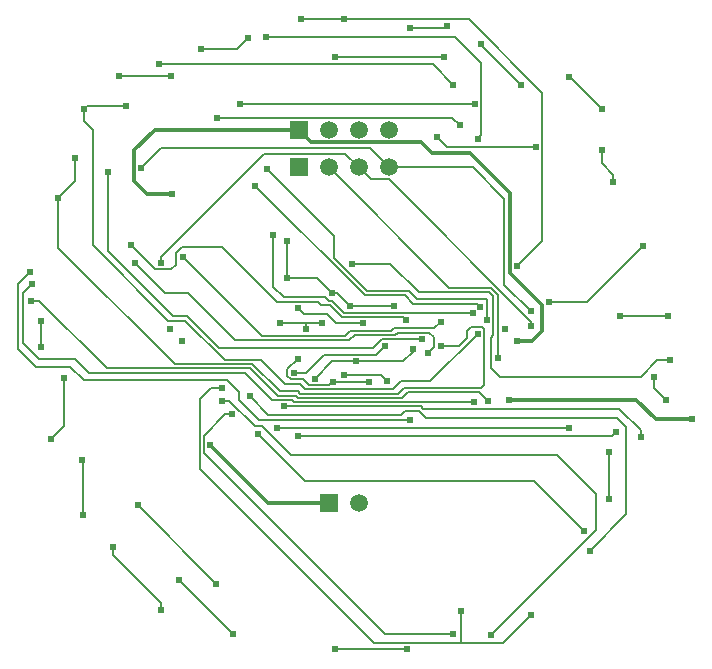
<source format=gbl>
G04 Layer_Physical_Order=2*
G04 Layer_Color=16711680*
%FSLAX25Y25*%
%MOIN*%
G70*
G01*
G75*
%ADD64C,0.00800*%
%ADD65C,0.01200*%
%ADD66R,0.05984X0.05984*%
%ADD67C,0.05984*%
%ADD68C,0.02400*%
D64*
X-78900Y-11100D02*
X-31053D01*
X-101358Y11358D02*
X-78900Y-11100D01*
X-104258Y11358D02*
X-101358D01*
X-100900Y-4000D02*
Y4600D01*
X-89500Y51500D02*
Y59000D01*
X-95184Y45816D02*
X-89500Y51500D01*
X-95184Y29184D02*
Y45816D01*
Y29184D02*
X-56300Y-9700D01*
X-30400D01*
X-106900Y14035D02*
X-103935Y17000D01*
X-83500Y30000D02*
Y68500D01*
X-86500Y71500D02*
X-83500Y68500D01*
X-86500Y71500D02*
Y75500D01*
X-85500Y76500D02*
X-72500D01*
X-86500Y75500D02*
X-85500Y76500D01*
X-83500Y30000D02*
X-58353Y4853D01*
X-75000Y86500D02*
X-57500D01*
X-61400Y90300D02*
X29700D01*
X-23600Y16175D02*
Y33200D01*
Y16175D02*
X-19950Y12525D01*
X100Y7500D02*
X42900D01*
X-47500Y95500D02*
X-35500D01*
X-31942Y99057D01*
X-34500Y77000D02*
X43616D01*
X43750Y76866D01*
X37200Y99500D02*
X45950Y90750D01*
X-26000Y99500D02*
X37200D01*
X22000Y102500D02*
X34100D01*
X0Y105200D02*
X41800D01*
X45816Y96684D02*
X59000Y83500D01*
X45816Y96684D02*
Y97184D01*
X75000Y86000D02*
X75500D01*
X86000Y75500D01*
X89933Y51000D02*
Y53334D01*
X86000Y57267D02*
X89933Y53334D01*
X86000Y57267D02*
Y61656D01*
X-60906Y24150D02*
Y26094D01*
X-26500Y60500D01*
X406D01*
X5000Y55906D01*
X-67400Y55800D02*
X-61000Y62200D01*
X8706D01*
X15000Y55906D01*
X-4006Y14100D02*
X-2100D01*
X2300Y9700D01*
X29700Y90300D02*
X36500Y83500D01*
X-14235Y105200D02*
X0D01*
X2300Y9700D02*
X16900D01*
X-5000Y55906D02*
X35306Y15600D01*
X49300D01*
X36200Y72500D02*
X38700Y70000D01*
X-42200Y72500D02*
X36200D01*
X15000Y55906D02*
X42994D01*
X53600Y45300D01*
Y16800D02*
Y45300D01*
Y16800D02*
X62350Y8050D01*
X42900Y7500D02*
X43000Y7400D01*
X-3794Y11394D02*
X100Y7500D01*
X-4937Y11394D02*
X-3794D01*
X-6068Y12525D02*
X-4937Y11394D01*
X-19950Y12525D02*
X-6068D01*
X10900Y-6500D02*
X13800Y-3600D01*
X-22200Y-31000D02*
X75095D01*
X-31053Y-11100D02*
X-21953Y-20200D01*
X19553Y-20900D02*
X21429Y-19024D01*
X-32783Y-12500D02*
X-23683Y-21600D01*
X-2953Y-104800D02*
X21200D01*
X26650Y-24600D02*
X91828D01*
X25850Y-23800D02*
X26650Y-24600D01*
X-19850Y-23800D02*
X25850D01*
X41800Y105200D02*
X66200Y80800D01*
Y31400D02*
Y80800D01*
X57900Y23100D02*
X66200Y31400D01*
X-2550Y3900D02*
X6547D01*
X-5550Y6900D02*
X-2550Y3900D01*
X-13200Y6900D02*
X-5550D01*
X-15200Y8900D02*
X-13200Y6900D01*
X12400Y-13400D02*
X14437Y-15437D01*
X0Y-13400D02*
X12400D01*
X4200Y-8800D02*
X19950D01*
X-3700D02*
X4200D01*
X-9400Y-14500D02*
X-3700Y-8800D01*
X-25600Y55500D02*
X-3100Y33000D01*
Y25617D02*
Y33000D01*
Y25617D02*
X7817Y14700D01*
X21800D01*
X24600Y11900D01*
X47600D01*
X47700Y11800D01*
Y5100D02*
Y11800D01*
X-2953Y92800D02*
X33400D01*
X31169Y66000D02*
X34569Y62600D01*
X64000D01*
X81000Y10900D02*
X99800Y29700D01*
X68550Y10900D02*
X81000D01*
X-15256Y-33500D02*
X89600D01*
X90850Y-32250D01*
X25200Y14200D02*
X48650D01*
X15550Y23850D02*
X25200Y14200D01*
X2900Y23850D02*
X15550D01*
X20500Y-25200D02*
X25250D01*
X94300Y-59700D02*
Y-30500D01*
X-28456Y-33100D02*
X-12956Y-48600D01*
X63650D01*
X80300Y-65250D01*
X-29679Y-30421D02*
X-27250D01*
X-46550Y-39350D02*
Y-33516D01*
X-39400Y-26366D01*
X-37150D01*
X-68600Y-56740D02*
X-42500Y-82840D01*
X-54900Y-81500D02*
X-36700Y-99700D01*
X-97500Y-34500D02*
X-93200Y-30200D01*
Y-14200D01*
X-28300Y-28200D02*
X22250D01*
X-30400Y-9700D02*
X-21300Y-18800D01*
X18153Y-19500D02*
X20029Y-17624D01*
X45926D01*
X46900Y-16650D01*
Y2150D01*
X46200Y2850D02*
X46900Y2150D01*
X42350Y2850D02*
X46200D01*
X41000Y1500D02*
X42350Y2850D01*
X41000Y-1000D02*
Y1500D01*
X1939Y-1761D02*
X3700Y0D01*
X17288D01*
X18088Y800D01*
X28400D01*
X-22105Y11125D02*
X-8600D01*
X-7468Y9994D01*
X-4494D01*
X-600Y6100D01*
X19750D01*
X20950Y4900D01*
X-52751Y4853D02*
X-39598Y-8300D01*
X16612Y-18100D02*
X19302Y-15409D01*
X28906D01*
X44700Y384D01*
X15888Y1400D02*
X16688Y2200D01*
X2300Y1400D02*
X15888D01*
X539Y-361D02*
X2300Y1400D01*
X-27189Y-361D02*
X539D01*
X-78600Y28100D02*
Y54256D01*
Y28100D02*
X-56800Y6300D01*
X-52200D01*
X-41500Y-4400D01*
X9700D01*
X12700Y-1400D01*
X26200D01*
X7000Y13300D02*
X20400D01*
X23200Y10500D01*
X44350D01*
X45500Y9350D01*
X45950Y66750D02*
Y90750D01*
X44700Y65500D02*
X45950Y66750D01*
X5000Y55906D02*
X9006Y51900D01*
X15000D01*
X62650Y4250D01*
Y3000D02*
Y4250D01*
X99000Y-34000D02*
Y-31772D01*
X91828Y-24600D02*
X99000Y-31772D01*
X103500Y-17500D02*
Y-14000D01*
Y-17500D02*
X107500Y-21500D01*
X-108461Y17039D02*
X-104500Y21000D01*
X-87000Y-60138D02*
Y-41700D01*
X-77000Y-73214D02*
Y-70500D01*
X-61000Y-91500D02*
Y-89214D01*
X-77000Y-73214D02*
X-61000Y-89214D01*
X21429Y-19024D02*
X45024D01*
X48000Y-22000D01*
X88500Y-54528D02*
Y-38900D01*
X53300Y-102500D02*
X62600Y-93200D01*
X-48000Y-44500D02*
X10000Y-102500D01*
X49000Y-100000D02*
X84000Y-65000D01*
Y-53000D01*
X-27250Y-30421D02*
X-17671Y-40000D01*
X71000D01*
X84000Y-53000D01*
X-19000Y19000D02*
Y28000D01*
Y19000D02*
X-8906D01*
X-4006Y14100D01*
X-46550Y-39350D02*
X13910Y-99810D01*
X36325D01*
X-108461Y-4539D02*
Y17039D01*
X-89500Y-8000D02*
X-85000Y-12500D01*
X-32783D01*
X-106900Y-2600D02*
Y14035D01*
Y-2600D02*
X-101500Y-8000D01*
X-89500D01*
X-108461Y-4539D02*
X-102500Y-10500D01*
X-91100D01*
X-52000Y14000D02*
X-36239Y-1761D01*
X1939D01*
X-91100Y-10500D02*
X-86600Y-15000D01*
X-35000Y-21500D02*
X-28300Y-28200D01*
X-86600Y-15000D02*
X-39000D01*
X-35000Y-19000D01*
Y-21500D02*
Y-19000D01*
X-3500Y-15500D02*
X-3400Y-15600D01*
X8300D01*
X8400Y-15700D01*
X-4700Y-16700D02*
X-3500Y-15500D01*
X19950Y-8800D02*
X23000Y-5750D01*
Y-4500D01*
X99000Y-14000D02*
X104600Y-8400D01*
X108898D01*
X52000Y-14000D02*
X99000D01*
X48650Y14200D02*
X49900Y12950D01*
X51500Y-7500D02*
Y13400D01*
X49300Y15600D02*
X51500Y13400D01*
X49000Y-11000D02*
X52000Y-14000D01*
X49000Y-11000D02*
Y-1000D01*
X49900Y-100D01*
Y12950D01*
X92000Y6500D02*
X108000D01*
X39000Y-102500D02*
Y-92000D01*
X10000Y-102500D02*
X39000D01*
X53300D01*
X-31250Y-20300D02*
X-25050Y-26500D01*
X19200D01*
X20500Y-25200D01*
X25250D02*
X27550Y-27500D01*
X91300D01*
X94300Y-30500D01*
X82000Y-72000D02*
X94300Y-59700D01*
X-69500Y24000D02*
X-59500Y14000D01*
X-52000D01*
X-40480Y29500D02*
X-22105Y11125D01*
X-62894Y21950D02*
X-57550D01*
X-56000Y23500D01*
Y27500D01*
X-54000Y29500D01*
X-40480D01*
X-70944Y30000D02*
X-62894Y21950D01*
X-53500Y25950D02*
X-27189Y-361D01*
X-53500Y25950D02*
Y26000D01*
X16688Y2200D02*
X30200D01*
X32500Y4500D01*
Y-3500D02*
X38500D01*
X41000Y-1000D01*
X28000Y-6000D02*
X30000Y-4000D01*
Y-800D01*
X28400Y800D02*
X30000Y-800D01*
X-11604Y-16700D02*
X-4700D01*
X-13004Y-18100D02*
X16612D01*
X-39598Y-8300D02*
X-27600D01*
X-14404Y-19500D02*
X18153D01*
X-15100Y-20900D02*
X19553D01*
X-16500Y-22300D02*
X43500D01*
X-23683Y-21600D02*
X-17200D01*
X-16500Y-22300D01*
X-21953Y-20200D02*
X-15800D01*
X-15100Y-20900D01*
X-21300Y-18800D02*
X-15104D01*
X-14404Y-19500D01*
X-14643Y-16462D02*
X-13004Y-18100D01*
X-27600Y-8300D02*
X-19438Y-16462D01*
X-14643D01*
X-18700Y-11400D02*
X-15200Y-7900D01*
X-13504Y-14800D02*
X-11604Y-16700D01*
X-18700Y-13511D02*
X-17411Y-14800D01*
X-18700Y-13511D02*
Y-11400D01*
X-17411Y-14800D02*
X-13504D01*
X-12500Y2000D02*
Y3900D01*
X-21100D02*
X-12500D01*
X-7200D01*
X-16500Y-12600D02*
X-12600D01*
X-6500Y-6500D01*
X10900D01*
X-58353Y4853D02*
X-52751D01*
X-38100Y-22000D02*
X-29679Y-30421D01*
X-40358Y-22000D02*
X-38100D01*
X-48000Y-44500D02*
Y-21404D01*
X-44096Y-17500D01*
X-40500D01*
X-19000Y28100D02*
Y31500D01*
X-29500Y49800D02*
X7000Y13300D01*
D65*
X-25044Y-55906D02*
X-5000D01*
X-44350Y-36600D02*
X-25044Y-55906D01*
X57874Y-1968D02*
X62832D01*
X66300Y1500D01*
X42200Y60600D02*
X55500Y47300D01*
X29400Y60600D02*
X42200D01*
X25700Y64300D02*
X29400Y60600D01*
X-10800Y64300D02*
X25700D01*
X-15000Y68500D02*
X-10800Y64300D01*
X55150Y-21650D02*
X97650D01*
X104000Y-28000D01*
X116000D01*
X55500Y20700D02*
Y47300D01*
Y20700D02*
X66300Y9900D01*
Y1500D02*
Y9900D01*
X-69800Y61700D02*
X-63000Y68500D01*
X-15000D01*
X-69800Y51300D02*
Y61700D01*
Y51300D02*
X-65500Y47000D01*
X-57150D01*
D66*
X-5000Y-55906D02*
D03*
X-15000Y55906D02*
D03*
Y68500D02*
D03*
D67*
X5000Y-55906D02*
D03*
X15000Y55906D02*
D03*
X5000D02*
D03*
X-5000D02*
D03*
X15000Y68500D02*
D03*
X5000D02*
D03*
X-5000D02*
D03*
D68*
X-100900Y4600D02*
D03*
X-95184Y45816D02*
D03*
X-89500Y59000D02*
D03*
X-103935Y17000D02*
D03*
X-86500Y75500D02*
D03*
X-72500Y76500D02*
D03*
X-75000Y86500D02*
D03*
X-57500D02*
D03*
X-47500Y95500D02*
D03*
X-31942Y99057D02*
D03*
X-34500Y77000D02*
D03*
X-26000Y99500D02*
D03*
X45816Y97184D02*
D03*
X59000Y83500D02*
D03*
X86000Y75500D02*
D03*
X75000Y86000D02*
D03*
X89933Y51000D02*
D03*
X86000Y61656D02*
D03*
X-60906Y24150D02*
D03*
X-67400Y55800D02*
D03*
X-7200Y3900D02*
D03*
X-4006Y14100D02*
D03*
X43750Y76866D02*
D03*
X-61400Y90300D02*
D03*
X36500Y83500D02*
D03*
X-14235Y105200D02*
D03*
X16900Y9700D02*
D03*
X2300D02*
D03*
X-100900Y-4000D02*
D03*
X38700Y70000D02*
D03*
X-42200Y72500D02*
D03*
X62350Y8050D02*
D03*
X-23600Y33200D02*
D03*
X13800Y-3600D02*
D03*
X-22200Y-31000D02*
D03*
X75095D02*
D03*
X8400Y-15700D02*
D03*
X-15200Y-7900D02*
D03*
X-87100Y-41600D02*
D03*
X-104258Y11358D02*
D03*
X43500Y-22300D02*
D03*
X21200Y-104800D02*
D03*
X-2953D02*
D03*
X34500Y102900D02*
D03*
X22000Y102500D02*
D03*
X-19850Y-23800D02*
D03*
X0Y105200D02*
D03*
X57900Y23100D02*
D03*
X6547Y3900D02*
D03*
X-15200Y8900D02*
D03*
X14437Y-15437D02*
D03*
X0Y-13400D02*
D03*
X-44350Y-36600D02*
D03*
X-57150Y47000D02*
D03*
X4200Y-8800D02*
D03*
X-9400Y-14500D02*
D03*
X-25600Y55500D02*
D03*
X47700Y5100D02*
D03*
X33400Y92800D02*
D03*
X-2953D02*
D03*
X31169Y66000D02*
D03*
X64000Y62600D02*
D03*
X99800Y29700D02*
D03*
X68550Y10900D02*
D03*
X-15256Y-33500D02*
D03*
X90850Y-32250D02*
D03*
X108898Y-8400D02*
D03*
X2900Y23850D02*
D03*
X88500Y-38900D02*
D03*
X-31250Y-20300D02*
D03*
X-28456Y-33100D02*
D03*
X80300Y-65250D02*
D03*
X62600Y-93200D02*
D03*
X36325Y-99810D02*
D03*
X-37150Y-26366D02*
D03*
X-42500Y-82840D02*
D03*
X-68600Y-56740D02*
D03*
X-54900Y-81500D02*
D03*
X-36700Y-99700D02*
D03*
X-97500Y-34500D02*
D03*
X-93200Y-14200D02*
D03*
X22250Y-28200D02*
D03*
X20950Y4900D02*
D03*
X44700Y384D02*
D03*
X32500Y4500D02*
D03*
X-78600Y54256D02*
D03*
X26200Y-1400D02*
D03*
X43000Y7400D02*
D03*
X45500Y9350D02*
D03*
X44700Y65500D02*
D03*
X62650Y3000D02*
D03*
X99000Y-34000D02*
D03*
X107500Y-21500D02*
D03*
X103500Y-14000D02*
D03*
X-104500Y21000D02*
D03*
X-87000Y-60138D02*
D03*
X-77000Y-70500D02*
D03*
X-61000Y-91500D02*
D03*
X39000Y-92000D02*
D03*
X49000Y-100000D02*
D03*
X48000Y-22000D02*
D03*
X88500Y-54528D02*
D03*
X55150Y-21650D02*
D03*
X116000Y-28000D02*
D03*
X-19000Y19000D02*
D03*
X-3500Y-15500D02*
D03*
X23000Y-4500D02*
D03*
X32500Y-3500D02*
D03*
X28000Y-6000D02*
D03*
X51500Y-7500D02*
D03*
X108000Y6500D02*
D03*
X92000D02*
D03*
X82000Y-72000D02*
D03*
X-69500Y24000D02*
D03*
X-70944Y30000D02*
D03*
X-53500Y26000D02*
D03*
X-16500Y-12600D02*
D03*
X-21100Y3900D02*
D03*
X-12500Y2000D02*
D03*
X-40358Y-22000D02*
D03*
X-40500Y-17500D02*
D03*
X-19000Y31500D02*
D03*
X-29500Y49800D02*
D03*
X53937Y1969D02*
D03*
X57874Y-1968D02*
D03*
X-53937D02*
D03*
X-57874Y1969D02*
D03*
M02*

</source>
